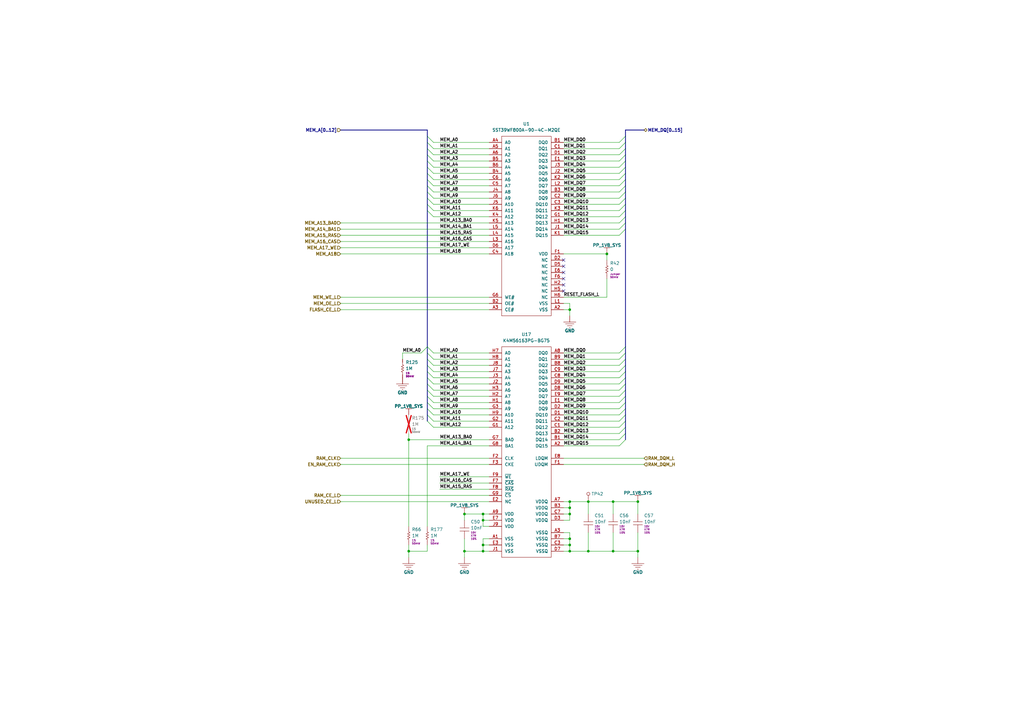
<source format=kicad_sch>
(kicad_sch (version 20231120) (generator "eeschema") (generator_version "8.0")
  (paper "A3")
  (title_block (title "iPod Video Main Board") (date "2025-04-19") (rev "A") (comment 1 "820-1975") (comment 2 "A"))
  (lib_symbols
    (symbol "820-1975:Capacitors-0201/CAP-0201-000005" (pin_numbers hide) (pin_names (offset 0) hide)
      (property "Reference" "C" (at 2.54 -3.175 0))
      (property "Value" "10nF" (at 2.54 -1.27 0))
      (property "Voltage" "10V" (at 2.54 -4.445 0))
      (property "Dielectric" "X7R" (at 2.54 -6.985 0))
      (property "Tolerance" "10%" (at 2.54 -5.715 0))
      (symbol "Capacitors-0201/CAP-0201-000005_0_1"
        (polyline (pts (xy -1.905 -4.445) (xy 1.905 -4.445)))
        (polyline (pts (xy 1.905 -3.175) (xy -1.905 -3.175)))
      )
      (symbol "Capacitors-0201/CAP-0201-000005_1_1"
        (pin passive line (at 0 0 270) (length 3.175) (name "1") (number "1"))
        (pin passive line (at 0 -7.62 90) (length 3.175) (name "2") (number "2"))
      )
    )
    (symbol "820-1975:ICs/IC-000005" (pin_names (offset 1.27))
      (property "Reference" "U" (at 0 3.81 0))
      (property "Value" "K4M56163PG-BG75" (at 0 1.27 0))
      (symbol "ICs/IC-000005_1_1"
        (rectangle (start 0 0) (end 20.32 -86.36))
        (pin power_in line (at -5.08 -78.74 0) (length 5.08) (name "VSS") (number "A1"))
        (pin bidirectional line (at 25.4 -40.64 180) (length 5.08) (name "DQ15") (number "A2"))
        (pin power_in line (at 25.4 -76.2 180) (length 5.08) (name "VSSQ") (number "A3"))
        (pin power_in line (at 25.4 -63.5 180) (length 5.08) (name "VDDQ") (number "A7"))
        (pin bidirectional line (at 25.4 -2.54 180) (length 5.08) (name "DQ0") (number "A8"))
        (pin power_in line (at -5.08 -68.58 0) (length 5.08) (name "VDD") (number "A9"))
        (pin bidirectional line (at 25.4 -38.1 180) (length 5.08) (name "DQ14") (number "B1"))
        (pin bidirectional line (at 25.4 -35.56 180) (length 5.08) (name "DQ13") (number "B2"))
        (pin power_in line (at 25.4 -66.04 180) (length 5.08) (name "VDDQ") (number "B3"))
        (pin power_in line (at 25.4 -78.74 180) (length 5.08) (name "VSSQ") (number "B7"))
        (pin bidirectional line (at 25.4 -7.62 180) (length 5.08) (name "DQ2") (number "B8"))
        (pin bidirectional line (at 25.4 -5.08 180) (length 5.08) (name "DQ1") (number "B9"))
        (pin bidirectional line (at 25.4 -33.02 180) (length 5.08) (name "DQ12") (number "C1"))
        (pin bidirectional line (at 25.4 -30.48 180) (length 5.08) (name "DQ11") (number "C2"))
        (pin power_in line (at 25.4 -81.28 180) (length 5.08) (name "VSSQ") (number "C3"))
        (pin power_in line (at 25.4 -68.58 180) (length 5.08) (name "VDDQ") (number "C7"))
        (pin bidirectional line (at 25.4 -12.7 180) (length 5.08) (name "DQ4") (number "C8"))
        (pin bidirectional line (at 25.4 -10.16 180) (length 5.08) (name "DQ3") (number "C9"))
        (pin bidirectional line (at 25.4 -27.94 180) (length 5.08) (name "DQ10") (number "D1"))
        (pin bidirectional line (at 25.4 -25.4 180) (length 5.08) (name "DQ9") (number "D2"))
        (pin power_in line (at 25.4 -71.12 180) (length 5.08) (name "VDDQ") (number "D3"))
        (pin power_in line (at 25.4 -83.82 180) (length 5.08) (name "VSSQ") (number "D7"))
        (pin bidirectional line (at 25.4 -17.78 180) (length 5.08) (name "DQ6") (number "D8"))
        (pin bidirectional line (at 25.4 -15.24 180) (length 5.08) (name "DQ5") (number "D9"))
        (pin bidirectional line (at 25.4 -22.86 180) (length 5.08) (name "DQ8") (number "E1"))
        (pin input line (at -5.08 -63.5 0) (length 5.08) (name "NC") (number "E2"))
        (pin power_in line (at -5.08 -81.28 0) (length 5.08) (name "VSS") (number "E3"))
        (pin power_in line (at -5.08 -71.12 0) (length 5.08) (name "VDD") (number "E7"))
        (pin bidirectional line (at 25.4 -45.72 180) (length 5.08) (name "LDQM") (number "E8"))
        (pin bidirectional line (at 25.4 -20.32 180) (length 5.08) (name "DQ7") (number "E9"))
        (pin bidirectional line (at 25.4 -48.26 180) (length 5.08) (name "UDQM") (number "F1"))
        (pin input line (at -5.08 -45.72 0) (length 5.08) (name "CLK") (number "F2"))
        (pin input line (at -5.08 -48.26 0) (length 5.08) (name "CKE") (number "F3"))
        (pin input line (at -5.08 -55.88 0) (length 5.08) (name "~{CAS}") (number "F7"))
        (pin input line (at -5.08 -58.42 0) (length 5.08) (name "~{RAS}") (number "F8"))
        (pin input line (at -5.08 -53.34 0) (length 5.08) (name "~{WE}") (number "F9"))
        (pin input line (at -5.08 -33.02 0) (length 5.08) (name "A12") (number "G1"))
        (pin input line (at -5.08 -30.48 0) (length 5.08) (name "A11") (number "G2"))
        (pin input line (at -5.08 -25.4 0) (length 5.08) (name "A9") (number "G3"))
        (pin input line (at -5.08 -38.1 0) (length 5.08) (name "BA0") (number "G7"))
        (pin input line (at -5.08 -40.64 0) (length 5.08) (name "BA1") (number "G8"))
        (pin input line (at -5.08 -60.96 0) (length 5.08) (name "~{CS}") (number "G9"))
        (pin input line (at -5.08 -22.86 0) (length 5.08) (name "A8") (number "H1"))
        (pin input line (at -5.08 -20.32 0) (length 5.08) (name "A7") (number "H2"))
        (pin input line (at -5.08 -17.78 0) (length 5.08) (name "A6") (number "H3"))
        (pin input line (at -5.08 -2.54 0) (length 5.08) (name "A0") (number "H7"))
        (pin input line (at -5.08 -5.08 0) (length 5.08) (name "A1") (number "H8"))
        (pin input line (at -5.08 -27.94 0) (length 5.08) (name "A10") (number "H9"))
        (pin power_in line (at -5.08 -83.82 0) (length 5.08) (name "VSS") (number "J1"))
        (pin input line (at -5.08 -15.24 0) (length 5.08) (name "A5") (number "J2"))
        (pin input line (at -5.08 -12.7 0) (length 5.08) (name "A4") (number "J3"))
        (pin input line (at -5.08 -10.16 0) (length 5.08) (name "A3") (number "J7"))
        (pin input line (at -5.08 -7.62 0) (length 5.08) (name "A2") (number "J8"))
        (pin power_in line (at -5.08 -73.66 0) (length 5.08) (name "VDD") (number "J9"))
      )
    )
    (symbol "820-1975:ICs/IC-000006" (pin_names (offset 1.27))
      (property "Reference" "U" (at 0 3.81 0))
      (property "Value" "SST39WF800A-90-4C-M2QE" (at 0 1.27 0))
      (symbol "ICs/IC-000006_1_1"
        (rectangle (start 0 0) (end 20.32 -73.66))
        (pin power_in line (at 25.4 -71.12 180) (length 5.08) (name "VSS") (number "A2"))
        (pin input line (at -5.08 -71.12 0) (length 5.08) (name "CE#") (number "A3"))
        (pin input line (at -5.08 -2.54 0) (length 5.08) (name "A0") (number "A4"))
        (pin input line (at -5.08 -5.08 0) (length 5.08) (name "A1") (number "A5"))
        (pin input line (at -5.08 -7.62 0) (length 5.08) (name "A2") (number "A6"))
        (pin bidirectional line (at 25.4 -2.54 180) (length 5.08) (name "DQ0") (number "B1"))
        (pin input line (at -5.08 -68.58 0) (length 5.08) (name "OE#") (number "B2"))
        (pin bidirectional line (at 25.4 -22.86 180) (length 5.08) (name "DQ8") (number "B3"))
        (pin input line (at -5.08 -15.24 0) (length 5.08) (name "A5") (number "B4"))
        (pin input line (at -5.08 -10.16 0) (length 5.08) (name "A3") (number "B5"))
        (pin input line (at -5.08 -12.7 0) (length 5.08) (name "A4") (number "B6"))
        (pin bidirectional line (at 25.4 -5.08 180) (length 5.08) (name "DQ1") (number "C1"))
        (pin bidirectional line (at 25.4 -25.4 180) (length 5.08) (name "DQ9") (number "C2"))
        (pin bidirectional line (at 25.4 -27.94 180) (length 5.08) (name "DQ10") (number "C3"))
        (pin input line (at -5.08 -48.26 0) (length 5.08) (name "A18") (number "C4"))
        (pin input line (at -5.08 -20.32 0) (length 5.08) (name "A7") (number "C5"))
        (pin input line (at -5.08 -17.78 0) (length 5.08) (name "A6") (number "C6"))
        (pin bidirectional line (at 25.4 -7.62 180) (length 5.08) (name "DQ2") (number "D1"))
        (pin passive line (at 25.4 -50.8 180) (length 5.08) (name "NC") (number "D2"))
        (pin passive line (at 25.4 -53.34 180) (length 5.08) (name "NC") (number "D5"))
        (pin input line (at -5.08 -45.72 0) (length 5.08) (name "A17") (number "D6"))
        (pin bidirectional line (at 25.4 -10.16 180) (length 5.08) (name "DQ3") (number "E1"))
        (pin passive line (at 25.4 -55.88 180) (length 5.08) (name "NC") (number "E6"))
        (pin power_in line (at 25.4 -48.26 180) (length 5.08) (name "VDD") (number "F1"))
        (pin passive line (at 25.4 -58.42 180) (length 5.08) (name "NC") (number "F6"))
        (pin bidirectional line (at 25.4 -33.02 180) (length 5.08) (name "DQ12") (number "G1"))
        (pin input line (at -5.08 -66.04 0) (length 5.08) (name "WE#") (number "G6"))
        (pin bidirectional line (at 25.4 -35.56 180) (length 5.08) (name "DQ13") (number "H1"))
        (pin passive line (at 25.4 -60.96 180) (length 5.08) (name "NC") (number "H2"))
        (pin passive line (at 25.4 -63.5 180) (length 5.08) (name "NC") (number "H5"))
        (pin passive line (at 25.4 -66.04 180) (length 5.08) (name "NC") (number "H6"))
        (pin bidirectional line (at 25.4 -38.1 180) (length 5.08) (name "DQ14") (number "J1"))
        (pin bidirectional line (at 25.4 -15.24 180) (length 5.08) (name "DQ5") (number "J2"))
        (pin bidirectional line (at 25.4 -12.7 180) (length 5.08) (name "DQ4") (number "J3"))
        (pin input line (at -5.08 -22.86 0) (length 5.08) (name "A8") (number "J4"))
        (pin input line (at -5.08 -27.94 0) (length 5.08) (name "A10") (number "J5"))
        (pin input line (at -5.08 -25.4 0) (length 5.08) (name "A9") (number "J6"))
        (pin bidirectional line (at 25.4 -40.64 180) (length 5.08) (name "DQ15") (number "K1"))
        (pin bidirectional line (at 25.4 -17.78 180) (length 5.08) (name "DQ6") (number "K2"))
        (pin bidirectional line (at 25.4 -30.48 180) (length 5.08) (name "DQ11") (number "K3"))
        (pin input line (at -5.08 -33.02 0) (length 5.08) (name "A12") (number "K4"))
        (pin input line (at -5.08 -35.56 0) (length 5.08) (name "A13") (number "K5"))
        (pin input line (at -5.08 -30.48 0) (length 5.08) (name "A11") (number "K6"))
        (pin power_in line (at 25.4 -68.58 180) (length 5.08) (name "VSS") (number "L1"))
        (pin bidirectional line (at 25.4 -20.32 180) (length 5.08) (name "DQ7") (number "L2"))
        (pin input line (at -5.08 -43.18 0) (length 5.08) (name "A16") (number "L3"))
        (pin input line (at -5.08 -40.64 0) (length 5.08) (name "A15") (number "L4"))
        (pin input line (at -5.08 -38.1 0) (length 5.08) (name "A14") (number "L5"))
      )
    )
    (symbol "820-1975:PCB Components/TP-000000" (pin_numbers hide) (pin_names (offset 0) hide)
      (property "Reference" "TP" (at 3.81 -5.08 0))
      (symbol "PCB Components/TP-000000_0_1"
        (circle (center 0 3.175) (radius 0.635))
      )
      (symbol "PCB Components/TP-000000_1_1"
        (pin passive line (at 0 0 90) (length 2.54) (name "1") (number "1"))
      )
    )
    (symbol "820-1975:Resistors-0201/RES-0201-000000" (pin_numbers hide) (pin_names (offset 0) hide)
      (property "Reference" "R" (at 1.27 -3.81 0))
      (property "Value" "0" (at 1.27 -1.905 0))
      (property "Tolerance" "Jumper" (at 1.27 -5.08 0))
      (property "Power" "50mW" (at 1.27 -6.35 0))
      (symbol "Resistors-0201/RES-0201-000000_0_1"
        (polyline (pts (xy 0 -1.27) (xy 0 -2.286) (xy 0.508 -2.54) (xy -0.508 -3.048) (xy 0.508 -3.556) (xy -0.508 -4.064) (xy 0.508 -4.572) (xy -0.508 -5.08) (xy 0 -5.334) (xy 0 -6.35)))
      )
      (symbol "Resistors-0201/RES-0201-000000_1_1"
        (pin passive line (at 0 0 270) (length 1.27) (name "1") (number "1"))
        (pin passive line (at 0 -7.62 90) (length 1.27) (name "2") (number "2"))
      )
    )
    (symbol "820-1975:Resistors-0201/RES-0201-000037" (pin_numbers hide) (pin_names (offset 0) hide)
      (property "Reference" "R" (at 1.27 -3.81 0))
      (property "Value" "1M" (at 1.27 -1.905 0))
      (property "Tolerance" "1%" (at 1.27 -5.08 0))
      (property "Power" "50mW" (at 1.27 -6.35 0))
      (symbol "Resistors-0201/RES-0201-000037_0_1"
        (polyline (pts (xy 0 -1.27) (xy 0 -2.286) (xy 0.508 -2.54) (xy -0.508 -3.048) (xy 0.508 -3.556) (xy -0.508 -4.064) (xy 0.508 -4.572) (xy -0.508 -5.08) (xy 0 -5.334) (xy 0 -6.35)))
      )
      (symbol "Resistors-0201/RES-0201-000037_1_1"
        (pin passive line (at 0 0 270) (length 1.27) (name "1") (number "1"))
        (pin passive line (at 0 -7.62 90) (length 1.27) (name "2") (number "2"))
      )
    )
    (symbol "820-1975_Symbols:GND" (power) (pin_numbers hide) (pin_names hide) (in_bom no) (on_board no)
      (property "Value" "GND" (at 0 -6.096 0))
      (symbol "GND_0_1"
        (polyline (pts (xy -2.54 -2.54) (xy 2.54 -2.54)))
        (polyline (pts (xy -1.778 -3.302) (xy 1.778 -3.302)))
        (polyline (pts (xy -1.016 -4.064) (xy 1.016 -4.064)))
        (polyline (pts (xy -0.254 -4.826) (xy 0.254 -4.826)))
      )
      (symbol "GND_1_1"
        (pin power_in line (at 0 0 270) (length 2.54) (name "GND") (number "1"))
      )
    )
    (symbol "820-1975_Symbols:VCC" (power) (pin_numbers hide) (pin_names hide) (in_bom no) (on_board no)
      (property "Value" "VCC" (at 0 3.556 0))
      (symbol "VCC_0_1"
        (polyline (pts (xy -1.27 2.54) (xy 1.27 2.54)))
      )
      (symbol "VCC_1_1"
        (pin power_in line (at 0 0 90) (length 2.54) (name "SHLD_GND") (number "1"))
      )
    )
  )
  (junction (at 248.92 104.14))
  (junction (at 233.68 223.52))
  (junction (at 241.3 226.06))
  (junction (at 198.12 210.82))
  (junction (at 241.3 205.74))
  (junction (at 198.12 213.36))
  (junction (at 198.12 223.52))
  (junction (at 233.68 208.28))
  (junction (at 198.12 226.06))
  (junction (at 167.64 180.34))
  (junction (at 190.5 226.06))
  (junction (at 233.68 226.06))
  (junction (at 251.46 205.74))
  (junction (at 167.64 226.06))
  (junction (at 251.46 226.06))
  (junction (at 190.5 210.82))
  (junction (at 261.62 205.74))
  (junction (at 233.68 220.98))
  (junction (at 233.68 205.74))
  (junction (at 233.68 210.82))
  (junction (at 261.62 226.06))
  (junction (at 233.68 127))
  (no_connect (at 231.14 119.38))
  (no_connect (at 231.14 106.68))
  (no_connect (at 231.14 111.76))
  (no_connect (at 231.14 109.22))
  (no_connect (at 231.14 114.3))
  (no_connect (at 231.14 116.84))
  (bus_entry (at 175.26 172.72) (size 2.54 2.54))
  (bus_entry (at 175.26 149.86) (size 2.54 2.54))
  (bus_entry (at 175.26 68.58) (size 2.54 2.54))
  (bus_entry (at 256.54 165.1) (size -2.54 2.54))
  (bus_entry (at 256.54 93.98) (size -2.54 2.54))
  (bus_entry (at 175.26 55.88) (size 2.54 2.54))
  (bus_entry (at 175.26 76.2) (size 2.54 2.54))
  (bus_entry (at 175.26 78.74) (size 2.54 2.54))
  (bus_entry (at 256.54 147.32) (size -2.54 2.54))
  (bus_entry (at 175.26 165.1) (size 2.54 2.54))
  (bus_entry (at 175.26 73.66) (size 2.54 2.54))
  (bus_entry (at 256.54 167.64) (size -2.54 2.54))
  (bus_entry (at 256.54 154.94) (size -2.54 2.54))
  (bus_entry (at 256.54 175.26) (size -2.54 2.54))
  (bus_entry (at 256.54 76.2) (size -2.54 2.54))
  (bus_entry (at 256.54 172.72) (size -2.54 2.54))
  (bus_entry (at 256.54 78.74) (size -2.54 2.54))
  (bus_entry (at 256.54 68.58) (size -2.54 2.54))
  (bus_entry (at 175.26 167.64) (size 2.54 2.54))
  (bus_entry (at 256.54 170.18) (size -2.54 2.54))
  (bus_entry (at 175.26 66.04) (size 2.54 2.54))
  (bus_entry (at 256.54 66.04) (size -2.54 2.54))
  (bus_entry (at 256.54 142.24) (size -2.54 2.54))
  (bus_entry (at 256.54 71.12) (size -2.54 2.54))
  (bus_entry (at 256.54 86.36) (size -2.54 2.54))
  (bus_entry (at 175.26 63.5) (size 2.54 2.54))
  (bus_entry (at 256.54 63.5) (size -2.54 2.54))
  (bus_entry (at 175.26 83.82) (size 2.54 2.54))
  (bus_entry (at 256.54 157.48) (size -2.54 2.54))
  (bus_entry (at 175.26 147.32) (size 2.54 2.54))
  (bus_entry (at 256.54 81.28) (size -2.54 2.54))
  (bus_entry (at 175.26 86.36) (size 2.54 2.54))
  (bus_entry (at 175.26 152.4) (size 2.54 2.54))
  (bus_entry (at 175.26 58.42) (size 2.54 2.54))
  (bus_entry (at 175.26 71.12) (size 2.54 2.54))
  (bus_entry (at 175.26 170.18) (size 2.54 2.54))
  (bus_entry (at 256.54 60.96) (size -2.54 2.54))
  (bus_entry (at 256.54 152.4) (size -2.54 2.54))
  (bus_entry (at 256.54 149.86) (size -2.54 2.54))
  (bus_entry (at 256.54 177.8) (size -2.54 2.54))
  (bus_entry (at 256.54 162.56) (size -2.54 2.54))
  (bus_entry (at 175.26 142.24) (size 2.54 2.54))
  (bus_entry (at 175.26 160.02) (size 2.54 2.54))
  (bus_entry (at 256.54 58.42) (size -2.54 2.54))
  (bus_entry (at 175.26 60.96) (size 2.54 2.54))
  (bus_entry (at 256.54 88.9) (size -2.54 2.54))
  (bus_entry (at 175.26 162.56) (size 2.54 2.54))
  (bus_entry (at 175.26 157.48) (size 2.54 2.54))
  (bus_entry (at 175.26 154.94) (size 2.54 2.54))
  (bus_entry (at 175.26 81.28) (size 2.54 2.54))
  (bus_entry (at 256.54 160.02) (size -2.54 2.54))
  (bus_entry (at 175.26 144.78) (size 2.54 2.54))
  (bus_entry (at 256.54 144.78) (size -2.54 2.54))
  (bus_entry (at 256.54 91.44) (size -2.54 2.54))
  (bus_entry (at 175.26 142.24) (size -2.54 2.54))
  (bus_entry (at 256.54 55.88) (size -2.54 2.54))
  (bus_entry (at 256.54 83.82) (size -2.54 2.54))
  (bus_entry (at 256.54 73.66) (size -2.54 2.54))
  (bus_entry (at 256.54 180.34) (size -2.54 2.54))
  (bus (pts (xy 175.26 86.36) (xy 175.26 83.82)))
  (wire (pts (xy 177.8 60.96) (xy 200.66 60.96)))
  (wire (pts (xy 198.12 223.52) (xy 198.12 226.06)))
  (wire (pts (xy 231.14 124.46) (xy 233.68 124.46)))
  (bus (pts (xy 256.54 152.4) (xy 256.54 149.86)))
  (bus (pts (xy 256.54 55.88) (xy 256.54 53.34)))
  (wire (pts (xy 167.64 226.06) (xy 175.26 226.06)))
  (wire (pts (xy 231.14 165.1) (xy 254 165.1)))
  (wire (pts (xy 231.14 144.78) (xy 254 144.78)))
  (bus (pts (xy 175.26 83.82) (xy 175.26 81.28)))
  (wire (pts (xy 180.34 198.12) (xy 200.66 198.12)))
  (wire (pts (xy 177.8 81.28) (xy 200.66 81.28)))
  (wire (pts (xy 198.12 210.82) (xy 200.66 210.82)))
  (wire (pts (xy 231.14 220.98) (xy 233.68 220.98)))
  (wire (pts (xy 177.8 63.5) (xy 200.66 63.5)))
  (bus (pts (xy 175.26 147.32) (xy 175.26 144.78)))
  (wire (pts (xy 231.14 205.74) (xy 233.68 205.74)))
  (wire (pts (xy 241.3 226.06) (xy 233.68 226.06)))
  (wire (pts (xy 241.3 218.44) (xy 241.3 226.06)))
  (wire (pts (xy 177.8 154.94) (xy 200.66 154.94)))
  (wire (pts (xy 231.14 182.88) (xy 254 182.88)))
  (wire (pts (xy 177.8 78.74) (xy 200.66 78.74)))
  (wire (pts (xy 233.68 129.54) (xy 233.68 127)))
  (wire (pts (xy 177.8 86.36) (xy 200.66 86.36)))
  (wire (pts (xy 231.14 152.4) (xy 254 152.4)))
  (wire (pts (xy 261.62 226.06) (xy 251.46 226.06)))
  (wire (pts (xy 231.14 149.86) (xy 254 149.86)))
  (wire (pts (xy 175.26 215.9) (xy 175.26 182.88)))
  (wire (pts (xy 248.92 106.68) (xy 248.92 104.14)))
  (wire (pts (xy 198.12 210.82) (xy 198.12 213.36)))
  (bus (pts (xy 256.54 142.24) (xy 256.54 93.98)))
  (wire (pts (xy 251.46 226.06) (xy 241.3 226.06)))
  (wire (pts (xy 139.7 96.52) (xy 200.66 96.52)))
  (bus (pts (xy 175.26 71.12) (xy 175.26 68.58)))
  (wire (pts (xy 167.64 226.06) (xy 167.64 228.6)))
  (bus (pts (xy 175.26 86.36) (xy 175.26 142.24)))
  (wire (pts (xy 177.8 157.48) (xy 200.66 157.48)))
  (bus (pts (xy 175.26 76.2) (xy 175.26 73.66)))
  (wire (pts (xy 231.14 177.8) (xy 254 177.8)))
  (wire (pts (xy 139.7 127) (xy 200.66 127)))
  (wire (pts (xy 139.7 91.44) (xy 200.66 91.44)))
  (wire (pts (xy 177.8 68.58) (xy 200.66 68.58)))
  (wire (pts (xy 200.66 213.36) (xy 198.12 213.36)))
  (wire (pts (xy 190.5 210.82) (xy 190.5 213.36)))
  (wire (pts (xy 175.26 182.88) (xy 200.66 182.88)))
  (wire (pts (xy 177.8 172.72) (xy 200.66 172.72)))
  (wire (pts (xy 231.14 58.42) (xy 254 58.42)))
  (wire (pts (xy 233.68 127) (xy 231.14 127)))
  (wire (pts (xy 231.14 226.06) (xy 233.68 226.06)))
  (wire (pts (xy 231.14 162.56) (xy 254 162.56)))
  (wire (pts (xy 231.14 121.92) (xy 248.92 121.92)))
  (wire (pts (xy 231.14 63.5) (xy 254 63.5)))
  (wire (pts (xy 177.8 66.04) (xy 200.66 66.04)))
  (wire (pts (xy 231.14 96.52) (xy 254 96.52)))
  (bus (pts (xy 256.54 180.34) (xy 256.54 177.8)))
  (bus (pts (xy 175.26 55.88) (xy 175.26 58.42)))
  (wire (pts (xy 190.5 226.06) (xy 198.12 226.06)))
  (wire (pts (xy 167.64 180.34) (xy 167.64 215.9)))
  (wire (pts (xy 198.12 220.98) (xy 198.12 223.52)))
  (wire (pts (xy 233.68 223.52) (xy 233.68 220.98)))
  (bus (pts (xy 139.7 53.34) (xy 175.26 53.34)))
  (bus (pts (xy 256.54 60.96) (xy 256.54 58.42)))
  (bus (pts (xy 256.54 86.36) (xy 256.54 83.82)))
  (wire (pts (xy 261.62 205.74) (xy 261.62 210.82)))
  (bus (pts (xy 256.54 165.1) (xy 256.54 162.56)))
  (wire (pts (xy 139.7 203.2) (xy 200.66 203.2)))
  (wire (pts (xy 231.14 218.44) (xy 233.68 218.44)))
  (wire (pts (xy 177.8 88.9) (xy 200.66 88.9)))
  (bus (pts (xy 175.26 152.4) (xy 175.26 149.86)))
  (wire (pts (xy 231.14 154.94) (xy 254 154.94)))
  (wire (pts (xy 198.12 213.36) (xy 198.12 215.9)))
  (wire (pts (xy 231.14 157.48) (xy 254 157.48)))
  (bus (pts (xy 256.54 91.44) (xy 256.54 88.9)))
  (bus (pts (xy 256.54 175.26) (xy 256.54 172.72)))
  (wire (pts (xy 231.14 180.34) (xy 254 180.34)))
  (wire (pts (xy 233.68 208.28) (xy 233.68 210.82)))
  (bus (pts (xy 256.54 144.78) (xy 256.54 142.24)))
  (wire (pts (xy 139.7 104.14) (xy 200.66 104.14)))
  (bus (pts (xy 256.54 68.58) (xy 256.54 66.04)))
  (bus (pts (xy 256.54 167.64) (xy 256.54 165.1)))
  (wire (pts (xy 231.14 88.9) (xy 254 88.9)))
  (bus (pts (xy 175.26 154.94) (xy 175.26 152.4)))
  (wire (pts (xy 231.14 81.28) (xy 254 81.28)))
  (bus (pts (xy 175.26 68.58) (xy 175.26 66.04)))
  (wire (pts (xy 231.14 208.28) (xy 233.68 208.28)))
  (wire (pts (xy 241.3 205.74) (xy 241.3 210.82)))
  (bus (pts (xy 256.54 73.66) (xy 256.54 71.12)))
  (bus (pts (xy 175.26 165.1) (xy 175.26 162.56)))
  (wire (pts (xy 177.8 58.42) (xy 200.66 58.42)))
  (wire (pts (xy 261.62 205.74) (xy 251.46 205.74)))
  (bus (pts (xy 256.54 78.74) (xy 256.54 76.2)))
  (bus (pts (xy 256.54 162.56) (xy 256.54 160.02)))
  (wire (pts (xy 139.7 99.06) (xy 200.66 99.06)))
  (bus (pts (xy 256.54 76.2) (xy 256.54 73.66)))
  (bus (pts (xy 175.26 144.78) (xy 175.26 142.24)))
  (wire (pts (xy 200.66 226.06) (xy 198.12 226.06)))
  (wire (pts (xy 231.14 147.32) (xy 254 147.32)))
  (wire (pts (xy 177.8 162.56) (xy 200.66 162.56)))
  (wire (pts (xy 231.14 167.64) (xy 254 167.64)))
  (wire (pts (xy 231.14 83.82) (xy 254 83.82)))
  (wire (pts (xy 231.14 175.26) (xy 254 175.26)))
  (wire (pts (xy 231.14 210.82) (xy 233.68 210.82)))
  (wire (pts (xy 167.64 223.52) (xy 167.64 226.06)))
  (wire (pts (xy 231.14 60.96) (xy 254 60.96)))
  (bus (pts (xy 175.26 149.86) (xy 175.26 147.32)))
  (wire (pts (xy 231.14 76.2) (xy 254 76.2)))
  (wire (pts (xy 177.8 144.78) (xy 200.66 144.78)))
  (bus (pts (xy 256.54 66.04) (xy 256.54 63.5)))
  (bus (pts (xy 256.54 63.5) (xy 256.54 60.96)))
  (wire (pts (xy 231.14 86.36) (xy 254 86.36)))
  (bus (pts (xy 175.26 60.96) (xy 175.26 63.5)))
  (wire (pts (xy 233.68 210.82) (xy 233.68 213.36)))
  (bus (pts (xy 175.26 78.74) (xy 175.26 76.2)))
  (wire (pts (xy 241.3 205.74) (xy 233.68 205.74)))
  (bus (pts (xy 256.54 58.42) (xy 256.54 55.88)))
  (bus (pts (xy 175.26 172.72) (xy 175.26 170.18)))
  (wire (pts (xy 177.8 167.64) (xy 200.66 167.64)))
  (wire (pts (xy 139.7 124.46) (xy 200.66 124.46)))
  (wire (pts (xy 177.8 83.82) (xy 200.66 83.82)))
  (wire (pts (xy 200.66 223.52) (xy 198.12 223.52)))
  (bus (pts (xy 256.54 53.34) (xy 264.16 53.34)))
  (wire (pts (xy 139.7 93.98) (xy 200.66 93.98)))
  (bus (pts (xy 256.54 170.18) (xy 256.54 167.64)))
  (wire (pts (xy 139.7 190.5) (xy 200.66 190.5)))
  (bus (pts (xy 256.54 154.94) (xy 256.54 152.4)))
  (wire (pts (xy 190.5 220.98) (xy 190.5 226.06)))
  (bus (pts (xy 175.26 167.64) (xy 175.26 165.1)))
  (wire (pts (xy 167.64 177.8) (xy 167.64 180.34)))
  (wire (pts (xy 231.14 93.98) (xy 254 93.98)))
  (wire (pts (xy 175.26 226.06) (xy 175.26 223.52)))
  (wire (pts (xy 251.46 218.44) (xy 251.46 226.06)))
  (bus (pts (xy 256.54 177.8) (xy 256.54 175.26)))
  (wire (pts (xy 190.5 226.06) (xy 190.5 228.6)))
  (wire (pts (xy 231.14 172.72) (xy 254 172.72)))
  (wire (pts (xy 233.68 124.46) (xy 233.68 127)))
  (bus (pts (xy 175.26 66.04) (xy 175.26 63.5)))
  (wire (pts (xy 177.8 76.2) (xy 200.66 76.2)))
  (wire (pts (xy 231.14 68.58) (xy 254 68.58)))
  (bus (pts (xy 175.26 162.56) (xy 175.26 160.02)))
  (wire (pts (xy 231.14 160.02) (xy 254 160.02)))
  (bus (pts (xy 256.54 160.02) (xy 256.54 157.48)))
  (wire (pts (xy 200.66 220.98) (xy 198.12 220.98)))
  (bus (pts (xy 256.54 172.72) (xy 256.54 170.18)))
  (wire (pts (xy 167.64 180.34) (xy 200.66 180.34)))
  (wire (pts (xy 231.14 66.04) (xy 254 66.04)))
  (wire (pts (xy 231.14 223.52) (xy 233.68 223.52)))
  (wire (pts (xy 233.68 205.74) (xy 233.68 208.28)))
  (wire (pts (xy 231.14 213.36) (xy 233.68 213.36)))
  (wire (pts (xy 177.8 71.12) (xy 200.66 71.12)))
  (wire (pts (xy 231.14 91.44) (xy 254 91.44)))
  (wire (pts (xy 251.46 205.74) (xy 251.46 210.82)))
  (wire (pts (xy 177.8 175.26) (xy 200.66 175.26)))
  (wire (pts (xy 180.34 200.66) (xy 200.66 200.66)))
  (wire (pts (xy 231.14 190.5) (xy 264.16 190.5)))
  (wire (pts (xy 251.46 205.74) (xy 241.3 205.74)))
  (wire (pts (xy 190.5 210.82) (xy 198.12 210.82)))
  (bus (pts (xy 256.54 81.28) (xy 256.54 78.74)))
  (bus (pts (xy 256.54 149.86) (xy 256.54 147.32)))
  (bus (pts (xy 175.26 73.66) (xy 175.26 71.12)))
  (wire (pts (xy 248.92 114.3) (xy 248.92 121.92)))
  (wire (pts (xy 139.7 187.96) (xy 200.66 187.96)))
  (wire (pts (xy 180.34 195.58) (xy 200.66 195.58)))
  (wire (pts (xy 139.7 121.92) (xy 200.66 121.92)))
  (wire (pts (xy 231.14 187.96) (xy 264.16 187.96)))
  (wire (pts (xy 177.8 170.18) (xy 200.66 170.18)))
  (bus (pts (xy 256.54 93.98) (xy 256.54 91.44)))
  (bus (pts (xy 256.54 147.32) (xy 256.54 144.78)))
  (wire (pts (xy 231.14 73.66) (xy 254 73.66)))
  (wire (pts (xy 231.14 78.74) (xy 254 78.74)))
  (wire (pts (xy 261.62 226.06) (xy 261.62 228.6)))
  (bus (pts (xy 175.26 81.28) (xy 175.26 78.74)))
  (bus (pts (xy 256.54 71.12) (xy 256.54 68.58)))
  (bus (pts (xy 175.26 160.02) (xy 175.26 157.48)))
  (wire (pts (xy 231.14 104.14) (xy 248.92 104.14)))
  (bus (pts (xy 175.26 58.42) (xy 175.26 60.96)))
  (wire (pts (xy 261.62 218.44) (xy 261.62 226.06)))
  (wire (pts (xy 200.66 215.9) (xy 198.12 215.9)))
  (wire (pts (xy 177.8 149.86) (xy 200.66 149.86)))
  (wire (pts (xy 233.68 218.44) (xy 233.68 220.98)))
  (bus (pts (xy 175.26 157.48) (xy 175.26 154.94)))
  (bus (pts (xy 175.26 170.18) (xy 175.26 167.64)))
  (bus (pts (xy 175.26 55.88) (xy 175.26 53.34)))
  (wire (pts (xy 177.8 147.32) (xy 200.66 147.32)))
  (wire (pts (xy 177.8 152.4) (xy 200.66 152.4)))
  (wire (pts (xy 177.8 160.02) (xy 200.66 160.02)))
  (wire (pts (xy 233.68 226.06) (xy 233.68 223.52)))
  (wire (pts (xy 165.1 144.78) (xy 165.1 147.32)))
  (wire (pts (xy 139.7 205.74) (xy 200.66 205.74)))
  (bus (pts (xy 256.54 83.82) (xy 256.54 81.28)))
  (wire (pts (xy 231.14 71.12) (xy 254 71.12)))
  (wire (pts (xy 177.8 73.66) (xy 200.66 73.66)))
  (bus (pts (xy 256.54 157.48) (xy 256.54 154.94)))
  (wire (pts (xy 139.7 101.6) (xy 200.66 101.6)))
  (wire (pts (xy 165.1 144.78) (xy 172.72 144.78)))
  (bus (pts (xy 256.54 88.9) (xy 256.54 86.36)))
  (wire (pts (xy 177.8 165.1) (xy 200.66 165.1)))
  (wire (pts (xy 231.14 170.18) (xy 254 170.18)))
  (label "MEM_A6" (at 180.34 73.66 0) (effects (font (thickness 0.254) (bold yes))))
  (label "MEM_A17_WE" (at 180.34 101.6 0) (effects (font (thickness 0.254) (bold yes))))
  (label "MEM_DQ8" (at 231.14 165.1 0) (effects (font (thickness 0.254) (bold yes))))
  (label "MEM_A9" (at 180.34 81.28 0) (effects (font (thickness 0.254) (bold yes))))
  (label "MEM_DQ3" (at 231.14 152.4 0) (effects (font (thickness 0.254) (bold yes))))
  (label "MEM_A1" (at 180.34 147.32 0) (effects (font (thickness 0.254) (bold yes))))
  (label "MEM_DQ7" (at 231.14 76.2 0) (effects (font (thickness 0.254) (bold yes))))
  (label "MEM_DQ1" (at 231.14 147.32 0) (effects (font (thickness 0.254) (bold yes))))
  (label "MEM_A5" (at 180.34 71.12 0) (effects (font (thickness 0.254) (bold yes))))
  (label "MEM_DQ11" (at 231.14 86.36 0) (effects (font (thickness 0.254) (bold yes))))
  (label "MEM_A7" (at 180.34 162.56 0) (effects (font (thickness 0.254) (bold yes))))
  (label "MEM_A12" (at 180.34 175.26 0) (effects (font (thickness 0.254) (bold yes))))
  (label "MEM_DQ6" (at 231.14 160.02 0) (effects (font (thickness 0.254) (bold yes))))
  (label "MEM_DQ12" (at 231.14 88.9 0) (effects (font (thickness 0.254) (bold yes))))
  (label "MEM_DQ14" (at 231.14 180.34 0) (effects (font (thickness 0.254) (bold yes))))
  (label "MEM_A16_CAS" (at 180.34 198.12 0) (effects (font (thickness 0.254) (bold yes))))
  (label "MEM_A1" (at 180.34 60.96 0) (effects (font (thickness 0.254) (bold yes))))
  (label "MEM_DQ15" (at 231.14 96.52 0) (effects (font (thickness 0.254) (bold yes))))
  (label "MEM_A4" (at 180.34 154.94 0) (effects (font (thickness 0.254) (bold yes))))
  (label "MEM_A14_BA1" (at 180.34 93.98 0) (effects (font (thickness 0.254) (bold yes))))
  (label "MEM_A15_RAS" (at 180.34 96.52 0) (effects (font (thickness 0.254) (bold yes))))
  (label "MEM_A2" (at 180.34 149.86 0) (effects (font (thickness 0.254) (bold yes))))
  (label "RESET_FLASH_L" (at 231.14 121.92 0) (effects (font (thickness 0.254) (bold yes))))
  (label "MEM_DQ5" (at 231.14 71.12 0) (effects (font (thickness 0.254) (bold yes))))
  (label "MEM_A3" (at 180.34 66.04 0) (effects (font (thickness 0.254) (bold yes))))
  (label "MEM_A2" (at 180.34 63.5 0) (effects (font (thickness 0.254) (bold yes))))
  (label "MEM_DQ3" (at 231.14 66.04 0) (effects (font (thickness 0.254) (bold yes))))
  (label "MEM_DQ10" (at 231.14 170.18 0) (effects (font (thickness 0.254) (bold yes))))
  (label "MEM_DQ8" (at 231.14 78.74 0) (effects (font (thickness 0.254) (bold yes))))
  (label "MEM_DQ7" (at 231.14 162.56 0) (effects (font (thickness 0.254) (bold yes))))
  (label "MEM_A0" (at 172.72 144.78 180) (effects (font (thickness 0.254) (bold yes))))
  (label "MEM_A6" (at 180.34 160.02 0) (effects (font (thickness 0.254) (bold yes))))
  (label "MEM_A17_WE" (at 180.34 195.58 0) (effects (font (thickness 0.254) (bold yes))))
  (label "MEM_DQ1" (at 231.14 60.96 0) (effects (font (thickness 0.254) (bold yes))))
  (label "MEM_A13_BA0" (at 180.34 91.44 0) (effects (font (thickness 0.254) (bold yes))))
  (label "MEM_A13_BA0" (at 180.34 180.34 0) (effects (font (thickness 0.254) (bold yes))))
  (label "MEM_DQ5" (at 231.14 157.48 0) (effects (font (thickness 0.254) (bold yes))))
  (label "MEM_A8" (at 180.34 165.1 0) (effects (font (thickness 0.254) (bold yes))))
  (label "MEM_DQ2" (at 231.14 149.86 0) (effects (font (thickness 0.254) (bold yes))))
  (label "MEM_A4" (at 180.34 68.58 0) (effects (font (thickness 0.254) (bold yes))))
  (label "MEM_DQ4" (at 231.14 154.94 0) (effects (font (thickness 0.254) (bold yes))))
  (label "MEM_A11" (at 180.34 172.72 0) (effects (font (thickness 0.254) (bold yes))))
  (label "MEM_DQ13" (at 231.14 177.8 0) (effects (font (thickness 0.254) (bold yes))))
  (label "MEM_DQ13" (at 231.14 91.44 0) (effects (font (thickness 0.254) (bold yes))))
  (label "MEM_A10" (at 180.34 83.82 0) (effects (font (thickness 0.254) (bold yes))))
  (label "MEM_DQ2" (at 231.14 63.5 0) (effects (font (thickness 0.254) (bold yes))))
  (label "MEM_A16_CAS" (at 180.34 99.06 0) (effects (font (thickness 0.254) (bold yes))))
  (label "MEM_DQ15" (at 231.14 182.88 0) (effects (font (thickness 0.254) (bold yes))))
  (label "MEM_DQ6" (at 231.14 73.66 0) (effects (font (thickness 0.254) (bold yes))))
  (label "MEM_DQ0" (at 231.14 144.78 0) (effects (font (thickness 0.254) (bold yes))))
  (label "MEM_A8" (at 180.34 78.74 0) (effects (font (thickness 0.254) (bold yes))))
  (label "MEM_A5" (at 180.34 157.48 0) (effects (font (thickness 0.254) (bold yes))))
  (label "MEM_DQ4" (at 231.14 68.58 0) (effects (font (thickness 0.254) (bold yes))))
  (label "MEM_DQ14" (at 231.14 93.98 0) (effects (font (thickness 0.254) (bold yes))))
  (label "MEM_DQ9" (at 231.14 81.28 0) (effects (font (thickness 0.254) (bold yes))))
  (label "MEM_A10" (at 180.34 170.18 0) (effects (font (thickness 0.254) (bold yes))))
  (label "MEM_A12" (at 180.34 88.9 0) (effects (font (thickness 0.254) (bold yes))))
  (label "MEM_DQ10" (at 231.14 83.82 0) (effects (font (thickness 0.254) (bold yes))))
  (label "MEM_A0" (at 180.34 58.42 0) (effects (font (thickness 0.254) (bold yes))))
  (label "MEM_DQ11" (at 231.14 172.72 0) (effects (font (thickness 0.254) (bold yes))))
  (label "MEM_A18" (at 180.34 104.14 0) (effects (font (thickness 0.254) (bold yes))))
  (label "MEM_A14_BA1" (at 180.34 182.88 0) (effects (font (thickness 0.254) (bold yes))))
  (label "MEM_A9" (at 180.34 167.64 0) (effects (font (thickness 0.254) (bold yes))))
  (label "MEM_A15_RAS" (at 180.34 200.66 0) (effects (font (thickness 0.254) (bold yes))))
  (label "MEM_A7" (at 180.34 76.2 0) (effects (font (thickness 0.254) (bold yes))))
  (label "MEM_A11" (at 180.34 86.36 0) (effects (font (thickness 0.254) (bold yes))))
  (label "MEM_DQ12" (at 231.14 175.26 0) (effects (font (thickness 0.254) (bold yes))))
  (label "MEM_A0" (at 180.34 144.78 0) (effects (font (thickness 0.254) (bold yes))))
  (label "MEM_A3" (at 180.34 152.4 0) (effects (font (thickness 0.254) (bold yes))))
  (label "MEM_DQ9" (at 231.14 167.64 0) (effects (font (thickness 0.254) (bold yes))))
  (label "MEM_DQ0" (at 231.14 58.42 0) (effects (font (thickness 0.254) (bold yes))))
  (hierarchical_label "RAM_DQM_H" (shape input) (at 264.16 190.5 0) (effects (font (bold yes))))
  (hierarchical_label "MEM_A15_RAS" (shape input) (at 139.7 96.52 180) (effects (font (thickness 0.254) (bold yes))))
  (hierarchical_label "MEM_A17_WE" (shape input) (at 139.7 101.6 180) (effects (font (thickness 0.254) (bold yes))))
  (hierarchical_label "UNUSED_CE_L" (shape input) (at 139.7 205.74 180) (effects (font (thickness 0.254) (bold yes))))
  (hierarchical_label "MEM_A16_CAS" (shape input) (at 139.7 99.06 180) (effects (font (thickness 0.254) (bold yes))))
  (hierarchical_label "RAM_CLK" (shape input) (at 139.7 187.96 180) (effects (font (thickness 0.254) (bold yes))))
  (hierarchical_label "MEM_A[0..12]" (shape input) (at 139.7 53.34 180) (effects (font (bold yes))))
  (hierarchical_label "FLASH_CE_L" (shape input) (at 139.7 127 180) (effects (font (bold yes))))
  (hierarchical_label "RAM_DQM_L" (shape input) (at 264.16 187.96 0) (effects (font (bold yes))))
  (hierarchical_label "MEM_WE_L" (shape input) (at 139.7 121.92 180) (effects (font (bold yes))))
  (hierarchical_label "EN_RAM_CLK" (shape input) (at 139.7 190.5 180) (effects (font (thickness 0.254) (bold yes))))
  (hierarchical_label "MEM_OE_L" (shape input) (at 139.7 124.46 180) (effects (font (bold yes))))
  (hierarchical_label "RAM_CE_L" (shape input) (at 139.7 203.2 180) (effects (font (thickness 0.254) (bold yes))))
  (hierarchical_label "MEM_A14_BA1" (shape input) (at 139.7 93.98 180) (effects (font (thickness 0.254) (bold yes))))
  (hierarchical_label "MEM_DQ[0..15]" (shape bidirectional) (at 264.16 53.34 0) (effects (font (bold yes))))
  (hierarchical_label "MEM_A18" (shape input) (at 139.7 104.14 180) (effects (font (thickness 0.254) (bold yes))))
  (hierarchical_label "MEM_A13_BA0" (shape input) (at 139.7 91.44 180) (effects (font (thickness 0.254) (bold yes))))
  (symbol (lib_id "820-1975:Capacitors-0201/CAP-0201-000005") (at 251.46 210.82 0) (unit 1)
    (property "Reference" "C56" (at 254 211.455 0) (effects (justify left)))
    (property "Value" "10nF" (at 254 213.995 0) (effects (justify left)))
    (property "Footprint" "820-1975_Footprints:MLCC-0201" (effects (hide yes)))
    (property "Voltage" "10V" (at 254 215.9 0) (effects (font (size 0.762 0.762)) (justify left)))
    (property "Dielectric" "X7R" (at 254 217.17 0) (effects (font (size 0.762 0.762)) (justify left)))
    (property "Tolerance" "10%" (at 254 218.44 0) (effects (font (size 0.762 0.762)) (justify left)))
    (property "Manufacturer" "Murata" (effects (hide yes)))
    (property "Manufacturer Part Number" "GRM033R71A103KA01D" (effects (hide yes)))
  )
  (symbol (lib_id "820-1975_Symbols:GND") (at 190.5 228.6 0) (unit 1) (in_bom no) (on_board no)
    (property "Reference" "#PWR028" (effects (hide yes)))
    (property "Value" "GND" (at 190.5 234.696 0) (effects (font (bold yes))))
    (property "Description" "Ground Symbol" (effects (hide yes)))
  )
  (symbol (lib_id "820-1975_Symbols:GND") (at 233.68 129.54 0) (unit 1) (in_bom no) (on_board no)
    (property "Reference" "#PWR053" (effects (hide yes)))
    (property "Value" "GND" (at 233.68 135.636 0) (effects (font (bold yes))))
    (property "Description" "Ground Symbol" (effects (hide yes)))
  )
  (symbol (lib_id "820-1975:Capacitors-0201/CAP-0201-000005") (at 241.3 210.82 0) (unit 1)
    (property "Reference" "C51" (at 243.84 211.455 0) (effects (justify left)))
    (property "Value" "10nF" (at 243.84 213.995 0) (effects (justify left)))
    (property "Footprint" "820-1975_Footprints:MLCC-0201" (effects (hide yes)))
    (property "Voltage" "10V" (at 243.84 215.9 0) (effects (font (size 0.762 0.762)) (justify left)))
    (property "Dielectric" "X7R" (at 243.84 217.17 0) (effects (font (size 0.762 0.762)) (justify left)))
    (property "Tolerance" "10%" (at 243.84 218.44 0) (effects (font (size 0.762 0.762)) (justify left)))
    (property "Manufacturer" "Murata" (effects (hide yes)))
    (property "Manufacturer Part Number" "GRM033R71A103KA01D" (effects (hide yes)))
  )
  (symbol (lib_id "820-1975_Symbols:VCC") (at 167.64 170.18 0) (unit 1) (in_bom no) (on_board no)
    (property "Reference" "#PWR0168" (effects (hide yes)))
    (property "Value" "PP_1V8_SYS" (at 167.64 166.624 0) (effects (font (bold yes))))
    (property "Description" "Power Port Symbol" (effects (hide yes)))
  )
  (symbol (lib_id "820-1975_Symbols:GND") (at 165.1 154.94 0) (unit 1) (in_bom no) (on_board no)
    (property "Reference" "#PWR0165" (effects (hide yes)))
    (property "Value" "GND" (at 165.1 161.036 0) (effects (font (bold yes))))
    (property "Description" "Ground Symbol" (effects (hide yes)))
  )
  (symbol (lib_id "820-1975:ICs/IC-000006") (at 205.74 55.88 0) (unit 1)
    (property "Reference" "U1" (at 215.9 50.8 0))
    (property "Value" "SST39WF800A-90-4C-M2QE" (at 215.9 53.34 0))
    (property "Footprint" "820-1975_Footprints:SST39WF800A-90-4C-M2QE" (effects (hide yes)))
    (property "Datasheet" "https://mm.digikey.com/Volume0/opasdata/d220001/medias/docus/364/SST39WF800A.pdf" (effects (hide yes)))
    (property "Description" "IC FLASH 8MBIT SST39WF800A-90-4C-M2QE" (effects (hide yes)))
    (property "Manufacturer" "Microchip Technology" (effects (hide yes)))
    (property "Manufacturer Part Number" "SST39WF800A-90-4C-M2QE" (effects (hide yes)))
  )
  (symbol (lib_id "820-1975:Resistors-0201/RES-0201-000037") (at 167.64 215.9 0) (unit 1)
    (property "Reference" "R66" (at 168.91 217.17 0) (effects (justify left)))
    (property "Value" "1M" (at 168.91 219.71 0) (effects (justify left)))
    (property "Footprint" "820-1975_Footprints:RES-0201" (effects (hide yes)))
    (property "Description" "RES 1M 0201 1% 50MW" (effects (hide yes)))
    (property "Tolerance" "1%" (at 168.91 221.615 0) (effects (font (size 0.762 0.762)) (justify left)))
    (property "Power" "50mW" (at 168.91 222.885 0) (effects (font (size 0.762 0.762)) (justify left)))
    (property "Manufacturer" "Vishay Dale" (effects (hide yes)))
    (property "Manufacturer Part Number" "CRCW02011M00FNED" (effects (hide yes)))
  )
  (symbol (lib_id "820-1975_Symbols:GND") (at 261.62 228.6 0) (unit 1) (in_bom no) (on_board no)
    (property "Reference" "#PWR029" (effects (hide yes)))
    (property "Value" "GND" (at 261.62 234.696 0) (effects (font (bold yes))))
    (property "Description" "Ground Symbol" (effects (hide yes)))
  )
  (symbol (lib_id "820-1975:Resistors-0201/RES-0201-000037") (at 167.64 170.18 0) (unit 1) (dnp yes)
    (property "Reference" "R175" (at 168.91 171.45 0) (effects (justify left)))
    (property "Value" "1M" (at 168.91 173.99 0) (effects (justify left)))
    (property "Footprint" "820-1975_Footprints:RES-0201" (effects (hide yes)))
    (property "Description" "RES 1M 0201 1% 50MW" (effects (hide yes)))
    (property "Tolerance" "1%" (at 168.91 175.895 0) (effects (font (size 0.762 0.762)) (justify left)))
    (property "Power" "50mW" (at 168.91 177.165 0) (effects (font (size 0.762 0.762)) (justify left)))
    (property "Manufacturer" "Vishay Dale" (effects (hide yes)))
    (property "Manufacturer Part Number" "CRCW02011M00FNED" (effects (hide yes)))
  )
  (symbol (lib_id "820-1975:Resistors-0201/RES-0201-000000") (at 248.92 106.68 0) (unit 1)
    (property "Reference" "R42" (at 250.19 107.95 0) (effects (justify left)))
    (property "Value" "0" (at 250.19 110.49 0) (effects (justify left)))
    (property "Footprint" "820-1975_Footprints:RES-0201" (effects (hide yes)))
    (property "Tolerance" "Jumper" (at 250.19 112.395 0) (effects (font (size 0.762 0.762)) (justify left)))
    (property "Power" "50mW" (at 250.19 113.665 0) (effects (font (size 0.762 0.762)) (justify left)))
    (property "Manufacturer" "Vishay Dale" (effects (hide yes)))
    (property "Manufacturer Part Number" "CRCW02010000Z0ED" (effects (hide yes)))
  )
  (symbol (lib_id "820-1975_Symbols:GND") (at 167.64 228.6 0) (unit 1) (in_bom no) (on_board no)
    (property "Reference" "#PWR0118" (effects (hide yes)))
    (property "Value" "GND" (at 167.64 234.696 0) (effects (font (bold yes))))
    (property "Description" "Ground Symbol" (effects (hide yes)))
  )
  (symbol (lib_id "820-1975:Capacitors-0201/CAP-0201-000005") (at 261.62 210.82 0) (unit 1)
    (property "Reference" "C57" (at 264.16 211.455 0) (effects (justify left)))
    (property "Value" "10nF" (at 264.16 213.995 0) (effects (justify left)))
    (property "Footprint" "820-1975_Footprints:MLCC-0201" (effects (hide yes)))
    (property "Voltage" "10V" (at 264.16 215.9 0) (effects (font (size 0.762 0.762)) (justify left)))
    (property "Dielectric" "X7R" (at 264.16 217.17 0) (effects (font (size 0.762 0.762)) (justify left)))
    (property "Tolerance" "10%" (at 264.16 218.44 0) (effects (font (size 0.762 0.762)) (justify left)))
    (property "Manufacturer" "Murata" (effects (hide yes)))
    (property "Manufacturer Part Number" "GRM033R71A103KA01D" (effects (hide yes)))
  )
  (symbol (lib_id "820-1975_Symbols:VCC") (at 190.5 210.82 0) (unit 1) (in_bom no) (on_board no)
    (property "Reference" "#PWR0136" (effects (hide yes)))
    (property "Value" "PP_1V8_SYS" (at 190.5 207.264 0) (effects (font (bold yes))))
    (property "Description" "Power Port Symbol" (effects (hide yes)))
  )
  (symbol (lib_id "820-1975:ICs/IC-000005") (at 205.74 142.24 0) (unit 1)
    (property "Reference" "U17" (at 215.9 137.16 0))
    (property "Value" "K4M56163PG-BG75" (at 215.9 139.7 0))
    (property "Footprint" "820-1975_Footprints:K4M56163PG" (effects (hide yes)))
    (property "Description" "IC SDRAM 64MBIT K4M56163PG" (effects (hide yes)))
    (property "Manufacturer" "Samsung Electronics" (effects (hide yes)))
    (property "Manufacturer Part Number" "K4M56163PG-BG75" (effects (hide yes)))
  )
  (symbol (lib_id "820-1975_Symbols:VCC") (at 248.92 104.14 0) (unit 1) (in_bom no) (on_board no)
    (property "Reference" "#PWR0135" (effects (hide yes)))
    (property "Value" "PP_1V8_SYS" (at 248.92 100.584 0) (effects (font (bold yes))))
    (property "Description" "Power Port Symbol" (effects (hide yes)))
  )
  (symbol (lib_id "820-1975:Resistors-0201/RES-0201-000037") (at 165.1 147.32 0) (unit 1)
    (property "Reference" "R125" (at 166.37 148.59 0) (effects (justify left)))
    (property "Value" "1M" (at 166.37 151.13 0) (effects (justify left)))
    (property "Footprint" "820-1975_Footprints:RES-0201" (effects (hide yes)))
    (property "Description" "RES 1M 0201 1% 50MW" (effects (hide yes)))
    (property "Tolerance" "1%" (at 166.37 153.035 0) (effects (font (size 0.762 0.762)) (justify left)))
    (property "Power" "50mW" (at 166.37 154.305 0) (effects (font (size 0.762 0.762)) (justify left)))
    (property "Manufacturer" "Vishay Dale" (effects (hide yes)))
    (property "Manufacturer Part Number" "CRCW02011M00FNED" (effects (hide yes)))
  )
  (symbol (lib_id "820-1975:PCB Components/TP-000000") (at 241.3 205.74 0) (unit 1)
    (property "Reference" "TP42" (at 242.57 202.565 0) (effects (justify left)))
    (property "Value" "TP" (effects (hide yes)))
    (property "Footprint" "820-1975_Footprints:TP-SMT" (effects (hide yes)))
    (property "Description" "TESTPOINT SMT" (effects (hide yes)))
  )
  (symbol (lib_id "820-1975_Symbols:VCC") (at 261.62 205.74 0) (unit 1) (in_bom no) (on_board no)
    (property "Reference" "#PWR0137" (effects (hide yes)))
    (property "Value" "PP_1V8_SYS" (at 261.62 202.184 0) (effects (font (bold yes))))
    (property "Description" "Power Port Symbol" (effects (hide yes)))
  )
  (symbol (lib_id "820-1975:Resistors-0201/RES-0201-000037") (at 175.26 215.9 0) (unit 1)
    (property "Reference" "R177" (at 176.53 217.17 0) (effects (justify left)))
    (property "Value" "1M" (at 176.53 219.71 0) (effects (justify left)))
    (property "Footprint" "820-1975_Footprints:RES-0201" (effects (hide yes)))
    (property "Description" "RES 1M 0201 1% 50MW" (effects (hide yes)))
    (property "Tolerance" "1%" (at 176.53 221.615 0) (effects (font (size 0.762 0.762)) (justify left)))
    (property "Power" "50mW" (at 176.53 222.885 0) (effects (font (size 0.762 0.762)) (justify left)))
    (property "Manufacturer" "Vishay Dale" (effects (hide yes)))
    (property "Manufacturer Part Number" "CRCW02011M00FNED" (effects (hide yes)))
  )
  (symbol (lib_id "820-1975:Capacitors-0201/CAP-0201-000005") (at 190.5 213.36 0) (unit 1)
    (property "Reference" "C50" (at 193.04 213.995 0) (effects (justify left)))
    (property "Value" "10nF" (at 193.04 216.535 0) (effects (justify left)))
    (property "Footprint" "820-1975_Footprints:MLCC-0201" (effects (hide yes)))
    (property "Voltage" "10V" (at 193.04 218.44 0) (effects (font (size 0.762 0.762)) (justify left)))
    (property "Dielectric" "X7R" (at 193.04 219.71 0) (effects (font (size 0.762 0.762)) (justify left)))
    (property "Tolerance" "10%" (at 193.04 220.98 0) (effects (font (size 0.762 0.762)) (justify left)))
    (property "Manufacturer" "Murata" (effects (hide yes)))
    (property "Manufacturer Part Number" "GRM033R71A103KA01D" (effects (hide yes)))
  )
)
</source>
